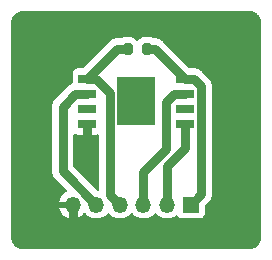
<source format=gbr>
%TF.GenerationSoftware,KiCad,Pcbnew,7.0.8*%
%TF.CreationDate,2024-10-17T19:18:06-04:00*%
%TF.ProjectId,SPIBreakout,53504942-7265-4616-9b6f-75742e6b6963,rev?*%
%TF.SameCoordinates,Original*%
%TF.FileFunction,Copper,L1,Top*%
%TF.FilePolarity,Positive*%
%FSLAX46Y46*%
G04 Gerber Fmt 4.6, Leading zero omitted, Abs format (unit mm)*
G04 Created by KiCad (PCBNEW 7.0.8) date 2024-10-17 19:18:06*
%MOMM*%
%LPD*%
G01*
G04 APERTURE LIST*
G04 Aperture macros list*
%AMRoundRect*
0 Rectangle with rounded corners*
0 $1 Rounding radius*
0 $2 $3 $4 $5 $6 $7 $8 $9 X,Y pos of 4 corners*
0 Add a 4 corners polygon primitive as box body*
4,1,4,$2,$3,$4,$5,$6,$7,$8,$9,$2,$3,0*
0 Add four circle primitives for the rounded corners*
1,1,$1+$1,$2,$3*
1,1,$1+$1,$4,$5*
1,1,$1+$1,$6,$7*
1,1,$1+$1,$8,$9*
0 Add four rect primitives between the rounded corners*
20,1,$1+$1,$2,$3,$4,$5,0*
20,1,$1+$1,$4,$5,$6,$7,0*
20,1,$1+$1,$6,$7,$8,$9,0*
20,1,$1+$1,$8,$9,$2,$3,0*%
G04 Aperture macros list end*
%TA.AperFunction,ComponentPad*%
%ADD10R,1.350000X1.350000*%
%TD*%
%TA.AperFunction,ComponentPad*%
%ADD11O,1.350000X1.350000*%
%TD*%
%TA.AperFunction,SMDPad,CuDef*%
%ADD12R,3.250000X4.050000*%
%TD*%
%TA.AperFunction,SMDPad,CuDef*%
%ADD13R,1.500000X0.800000*%
%TD*%
%TA.AperFunction,SMDPad,CuDef*%
%ADD14RoundRect,0.200000X-0.200000X-0.275000X0.200000X-0.275000X0.200000X0.275000X-0.200000X0.275000X0*%
%TD*%
%TA.AperFunction,ViaPad*%
%ADD15C,0.800000*%
%TD*%
%TA.AperFunction,Conductor*%
%ADD16C,0.800000*%
%TD*%
G04 APERTURE END LIST*
D10*
%TO.P,J2,1,Pin_1*%
%TO.N,VCC*%
X148250000Y-93200000D03*
D11*
%TO.P,J2,2,Pin_2*%
%TO.N,DI{slash}MOSI*%
X146250000Y-93200000D03*
%TO.P,J2,3,Pin_3*%
%TO.N,Clk*%
X144250000Y-93200000D03*
%TO.P,J2,4,Pin_4*%
%TO.N,CS*%
X142250000Y-93200000D03*
%TO.P,J2,5,Pin_5*%
%TO.N,D0{slash}MISO*%
X140250000Y-93200000D03*
%TO.P,J2,6,Pin_6*%
%TO.N,GND*%
X138250000Y-93200000D03*
%TD*%
D12*
%TO.P,F1,9*%
%TO.N,N/C*%
X143640000Y-84465000D03*
D13*
%TO.P,F1,1,CS#*%
%TO.N,CS*%
X139490000Y-82560000D03*
%TO.P,F1,2,DO(IO1)*%
%TO.N,D0{slash}MISO*%
X139490000Y-83830000D03*
%TO.P,F1,3,WP#_(IO2)*%
%TO.N,unconnected-(F1-WP#_(IO2)-Pad3)*%
X139490000Y-85100000D03*
%TO.P,F1,4,GND*%
%TO.N,GND*%
X139490000Y-86370000D03*
%TO.P,F1,5,DI(IO0)*%
%TO.N,DI{slash}MOSI*%
X147790000Y-86370000D03*
%TO.P,F1,6,HOLD#(IO3)*%
%TO.N,unconnected-(F1-HOLD#(IO3)-Pad6)*%
X147790000Y-85100000D03*
%TO.P,F1,7,CLK*%
%TO.N,Clk*%
X147790000Y-83830000D03*
%TO.P,F1,8,VCC*%
%TO.N,VCC*%
X147790000Y-82560000D03*
%TD*%
D14*
%TO.P,10k1,1*%
%TO.N,CS*%
X142900000Y-80010000D03*
%TO.P,10k1,2*%
%TO.N,VCC*%
X144550000Y-80010000D03*
%TD*%
D15*
%TO.N,GND*%
X153130000Y-93050000D03*
X151320000Y-95850000D03*
X135610000Y-85240000D03*
X134430000Y-84350000D03*
X136920000Y-81680000D03*
X134960000Y-79600000D03*
X139060000Y-78470000D03*
X148450000Y-78590000D03*
X151800000Y-79330000D03*
X152490000Y-82290000D03*
X152570000Y-86750000D03*
X152610000Y-90050000D03*
X139720000Y-90280000D03*
X135030000Y-92290000D03*
X133840000Y-90100000D03*
X133900000Y-87750000D03*
X135510000Y-87690000D03*
X138290000Y-95610000D03*
X135480000Y-89820000D03*
X139490000Y-88860000D03*
%TD*%
D16*
%TO.N,GND*%
X138250000Y-95570000D02*
X138290000Y-95610000D01*
X138250000Y-93200000D02*
X138250000Y-95570000D01*
X139490000Y-86370000D02*
X139490000Y-88860000D01*
%TO.N,D0{slash}MISO*%
X140250000Y-93200000D02*
X137410000Y-90360000D01*
X137410000Y-90360000D02*
X137410000Y-84900000D01*
X137410000Y-84900000D02*
X138480000Y-83830000D01*
X138480000Y-83830000D02*
X139490000Y-83830000D01*
%TO.N,CS*%
X142250000Y-93200000D02*
X141415000Y-92365000D01*
X141415000Y-92365000D02*
X141415000Y-83735000D01*
X141415000Y-83735000D02*
X140240000Y-82560000D01*
X140240000Y-82560000D02*
X139490000Y-82560000D01*
%TO.N,DI{slash}MOSI*%
X146250000Y-93200000D02*
X146250000Y-89970000D01*
X147790000Y-88430000D02*
X147790000Y-86370000D01*
X146250000Y-89970000D02*
X147790000Y-88430000D01*
%TO.N,Clk*%
X144250000Y-93200000D02*
X144250000Y-90410000D01*
X146840000Y-83830000D02*
X147790000Y-83830000D01*
X144250000Y-90410000D02*
X146150000Y-88510000D01*
X146150000Y-84520000D02*
X146840000Y-83830000D01*
X146150000Y-88510000D02*
X146150000Y-84520000D01*
%TO.N,CS*%
X142900000Y-80010000D02*
X142040000Y-80010000D01*
X142040000Y-80010000D02*
X139490000Y-82560000D01*
%TO.N,VCC*%
X144550000Y-80010000D02*
X145240000Y-80010000D01*
X145240000Y-80010000D02*
X147790000Y-82560000D01*
X147790000Y-82560000D02*
X148540000Y-82560000D01*
X148540000Y-82560000D02*
X149140000Y-83160000D01*
X149140000Y-83160000D02*
X149140000Y-92310000D01*
X149140000Y-92310000D02*
X148250000Y-93200000D01*
%TD*%
%TA.AperFunction,Conductor*%
%TO.N,GND*%
G36*
X139683039Y-86139685D02*
G01*
X139728794Y-86192489D01*
X139740000Y-86244000D01*
X139740000Y-87270000D01*
X140287828Y-87270000D01*
X140287844Y-87269999D01*
X140347372Y-87263598D01*
X140354930Y-87261813D01*
X140355233Y-87263099D01*
X140416856Y-87258691D01*
X140478180Y-87292175D01*
X140511666Y-87353498D01*
X140514500Y-87379858D01*
X140514500Y-91891638D01*
X140494815Y-91958677D01*
X140442011Y-92004432D01*
X140372853Y-92014376D01*
X140309297Y-91985351D01*
X140302819Y-91979319D01*
X138346819Y-90023319D01*
X138313334Y-89961996D01*
X138310500Y-89935638D01*
X138310500Y-87320010D01*
X138330185Y-87252971D01*
X138382989Y-87207216D01*
X138452147Y-87197272D01*
X138493928Y-87211179D01*
X138497908Y-87213352D01*
X138632620Y-87263596D01*
X138632627Y-87263598D01*
X138692155Y-87269999D01*
X138692172Y-87270000D01*
X139240000Y-87270000D01*
X139240000Y-86244000D01*
X139259685Y-86176961D01*
X139312489Y-86131206D01*
X139364000Y-86120000D01*
X139616000Y-86120000D01*
X139683039Y-86139685D01*
G37*
%TD.AperFunction*%
%TA.AperFunction,Conductor*%
G36*
X153222695Y-76790735D02*
G01*
X153265519Y-76794482D01*
X153391771Y-76806918D01*
X153411685Y-76810541D01*
X153478349Y-76828403D01*
X153571570Y-76856682D01*
X153587971Y-76862958D01*
X153655411Y-76894406D01*
X153658375Y-76895888D01*
X153695969Y-76915982D01*
X153742327Y-76940762D01*
X153748667Y-76944657D01*
X153814828Y-76990983D01*
X153818600Y-76993844D01*
X153890808Y-77053103D01*
X153895309Y-77057182D01*
X153952815Y-77114688D01*
X153956895Y-77119190D01*
X154016154Y-77191398D01*
X154019015Y-77195170D01*
X154065341Y-77261331D01*
X154069236Y-77267671D01*
X154114101Y-77351605D01*
X154115614Y-77354631D01*
X154147040Y-77422027D01*
X154153319Y-77438435D01*
X154181601Y-77531669D01*
X154199454Y-77598299D01*
X154203082Y-77618238D01*
X154215523Y-77744554D01*
X154219264Y-77787302D01*
X154219500Y-77792710D01*
X154219500Y-95966823D01*
X154219264Y-95972214D01*
X154216597Y-96002678D01*
X154215471Y-96015548D01*
X154203108Y-96141175D01*
X154199476Y-96161134D01*
X154181357Y-96228730D01*
X154153351Y-96321013D01*
X154147069Y-96337426D01*
X154115336Y-96405451D01*
X154113823Y-96408477D01*
X154069266Y-96491801D01*
X154065370Y-96498142D01*
X154018696Y-96564772D01*
X154015832Y-96568546D01*
X153956919Y-96640298D01*
X153952829Y-96644809D01*
X153894938Y-96702671D01*
X153890425Y-96706759D01*
X153818655Y-96765626D01*
X153814881Y-96768488D01*
X153748220Y-96815133D01*
X153741878Y-96819027D01*
X153658545Y-96863535D01*
X153655517Y-96865047D01*
X153587454Y-96896756D01*
X153571039Y-96903030D01*
X153478740Y-96930989D01*
X153411133Y-96949075D01*
X153391187Y-96952696D01*
X153267406Y-96964832D01*
X153221927Y-96968791D01*
X153216519Y-96969024D01*
X134052230Y-96959973D01*
X134046825Y-96959734D01*
X134003465Y-96955921D01*
X133877992Y-96943524D01*
X133858044Y-96939887D01*
X133790461Y-96921750D01*
X133698281Y-96893748D01*
X133681878Y-96887465D01*
X133613858Y-96855717D01*
X133610835Y-96854205D01*
X133527610Y-96809684D01*
X133521273Y-96805788D01*
X133454645Y-96759106D01*
X133450875Y-96756244D01*
X133379202Y-96697390D01*
X133374725Y-96693330D01*
X133316838Y-96635415D01*
X133312763Y-96630916D01*
X133253945Y-96559213D01*
X133251093Y-96555453D01*
X133204447Y-96488806D01*
X133200559Y-96482476D01*
X133156070Y-96399210D01*
X133154561Y-96396190D01*
X133153579Y-96394083D01*
X133122839Y-96328135D01*
X133116580Y-96311769D01*
X133088622Y-96219565D01*
X133084773Y-96205197D01*
X133070508Y-96151935D01*
X133066886Y-96132022D01*
X133054732Y-96008561D01*
X133052145Y-95978973D01*
X133050736Y-95962844D01*
X133050500Y-95957442D01*
X133050500Y-90312612D01*
X136505781Y-90312612D01*
X136508411Y-90362808D01*
X136509415Y-90381956D01*
X136509500Y-90385201D01*
X136509500Y-90407189D01*
X136511797Y-90429059D01*
X136512051Y-90432290D01*
X136515686Y-90501643D01*
X136515688Y-90501653D01*
X136519315Y-90515189D01*
X136522860Y-90534314D01*
X136524325Y-90548249D01*
X136524326Y-90548256D01*
X136524328Y-90548262D01*
X136545784Y-90614298D01*
X136546705Y-90617409D01*
X136564679Y-90684486D01*
X136564684Y-90684498D01*
X136571043Y-90696978D01*
X136578488Y-90714949D01*
X136582820Y-90728282D01*
X136617537Y-90788414D01*
X136619085Y-90791266D01*
X136640992Y-90834259D01*
X136650617Y-90853149D01*
X136650619Y-90853151D01*
X136650620Y-90853153D01*
X136659438Y-90864043D01*
X136670454Y-90880070D01*
X136677465Y-90892213D01*
X136677470Y-90892220D01*
X136723939Y-90943831D01*
X136726043Y-90946295D01*
X136739882Y-90963382D01*
X136755423Y-90978922D01*
X136757657Y-90981277D01*
X136804128Y-91032887D01*
X136815468Y-91041126D01*
X136830265Y-91053764D01*
X137734468Y-91957967D01*
X137767953Y-92019290D01*
X137762969Y-92088982D01*
X137721097Y-92144915D01*
X137712065Y-92151075D01*
X137538869Y-92258314D01*
X137538868Y-92258314D01*
X137377945Y-92405014D01*
X137246715Y-92578791D01*
X137149651Y-92773719D01*
X137099494Y-92949999D01*
X137099495Y-92950000D01*
X137934314Y-92950000D01*
X137922359Y-92961955D01*
X137864835Y-93074852D01*
X137845014Y-93200000D01*
X137864835Y-93325148D01*
X137922359Y-93438045D01*
X137934314Y-93450000D01*
X137099495Y-93450000D01*
X137149651Y-93626280D01*
X137246715Y-93821208D01*
X137377945Y-93994985D01*
X137538868Y-94141685D01*
X137724012Y-94256322D01*
X137724023Y-94256327D01*
X137927060Y-94334984D01*
X138000000Y-94348619D01*
X138000000Y-93515686D01*
X138011955Y-93527641D01*
X138124852Y-93585165D01*
X138218519Y-93600000D01*
X138281481Y-93600000D01*
X138375148Y-93585165D01*
X138488045Y-93527641D01*
X138500000Y-93515686D01*
X138500000Y-94348619D01*
X138572939Y-94334984D01*
X138775976Y-94256327D01*
X138775987Y-94256322D01*
X138961130Y-94141685D01*
X138961131Y-94141685D01*
X139122055Y-93994984D01*
X139150730Y-93957012D01*
X139206838Y-93915374D01*
X139276550Y-93910681D01*
X139337733Y-93944422D01*
X139348640Y-93957009D01*
X139367512Y-93982000D01*
X139377573Y-93995322D01*
X139538568Y-94142088D01*
X139538575Y-94142092D01*
X139538576Y-94142093D01*
X139723786Y-94256770D01*
X139723792Y-94256773D01*
X139746664Y-94265633D01*
X139926931Y-94335470D01*
X140141074Y-94375500D01*
X140141076Y-94375500D01*
X140358924Y-94375500D01*
X140358926Y-94375500D01*
X140573069Y-94335470D01*
X140776210Y-94256772D01*
X140961432Y-94142088D01*
X141122427Y-93995322D01*
X141151047Y-93957422D01*
X141207153Y-93915787D01*
X141276865Y-93911094D01*
X141338048Y-93944836D01*
X141348946Y-93957414D01*
X141377573Y-93995322D01*
X141538568Y-94142088D01*
X141538575Y-94142092D01*
X141538576Y-94142093D01*
X141723786Y-94256770D01*
X141723792Y-94256773D01*
X141746664Y-94265633D01*
X141926931Y-94335470D01*
X142141074Y-94375500D01*
X142141076Y-94375500D01*
X142358924Y-94375500D01*
X142358926Y-94375500D01*
X142573069Y-94335470D01*
X142776210Y-94256772D01*
X142961432Y-94142088D01*
X143122427Y-93995322D01*
X143151047Y-93957422D01*
X143207153Y-93915787D01*
X143276865Y-93911094D01*
X143338048Y-93944836D01*
X143348946Y-93957414D01*
X143377573Y-93995322D01*
X143538568Y-94142088D01*
X143538575Y-94142092D01*
X143538576Y-94142093D01*
X143723786Y-94256770D01*
X143723792Y-94256773D01*
X143746664Y-94265633D01*
X143926931Y-94335470D01*
X144141074Y-94375500D01*
X144141076Y-94375500D01*
X144358924Y-94375500D01*
X144358926Y-94375500D01*
X144573069Y-94335470D01*
X144776210Y-94256772D01*
X144961432Y-94142088D01*
X145122427Y-93995322D01*
X145151047Y-93957422D01*
X145207153Y-93915787D01*
X145276865Y-93911094D01*
X145338048Y-93944836D01*
X145348946Y-93957414D01*
X145377573Y-93995322D01*
X145538568Y-94142088D01*
X145538575Y-94142092D01*
X145538576Y-94142093D01*
X145723786Y-94256770D01*
X145723792Y-94256773D01*
X145746664Y-94265633D01*
X145926931Y-94335470D01*
X146141074Y-94375500D01*
X146141076Y-94375500D01*
X146358924Y-94375500D01*
X146358926Y-94375500D01*
X146573069Y-94335470D01*
X146776210Y-94256772D01*
X146961432Y-94142088D01*
X146972407Y-94132082D01*
X147035207Y-94101463D01*
X147104594Y-94109657D01*
X147155214Y-94149405D01*
X147217452Y-94232544D01*
X147217455Y-94232547D01*
X147332664Y-94318793D01*
X147332671Y-94318797D01*
X147467517Y-94369091D01*
X147467516Y-94369091D01*
X147474444Y-94369835D01*
X147527127Y-94375500D01*
X148972872Y-94375499D01*
X149032483Y-94369091D01*
X149167331Y-94318796D01*
X149282546Y-94232546D01*
X149368796Y-94117331D01*
X149419091Y-93982483D01*
X149425500Y-93922873D01*
X149425499Y-93349359D01*
X149445183Y-93282321D01*
X149461813Y-93261684D01*
X149719737Y-93003760D01*
X149734525Y-92991130D01*
X149745871Y-92982888D01*
X149792347Y-92931270D01*
X149794570Y-92928928D01*
X149810119Y-92913380D01*
X149823982Y-92896260D01*
X149826049Y-92893841D01*
X149872533Y-92842216D01*
X149879538Y-92830080D01*
X149890570Y-92814031D01*
X149899381Y-92803151D01*
X149899383Y-92803149D01*
X149900987Y-92800000D01*
X149930934Y-92741222D01*
X149932425Y-92738476D01*
X149967179Y-92678284D01*
X149971510Y-92664950D01*
X149978956Y-92646976D01*
X149985320Y-92634488D01*
X150003304Y-92567368D01*
X150004216Y-92564295D01*
X150025674Y-92498256D01*
X150027138Y-92484313D01*
X150030683Y-92465187D01*
X150034313Y-92451646D01*
X150037947Y-92382284D01*
X150038201Y-92379064D01*
X150040499Y-92357199D01*
X150040500Y-92357191D01*
X150040500Y-92335201D01*
X150040585Y-92331956D01*
X150044219Y-92262612D01*
X150042027Y-92248772D01*
X150040500Y-92229373D01*
X150040500Y-83240626D01*
X150042027Y-83221225D01*
X150044219Y-83207388D01*
X150040585Y-83138047D01*
X150040500Y-83134802D01*
X150040500Y-83112813D01*
X150040500Y-83112808D01*
X150038199Y-83090921D01*
X150037946Y-83087711D01*
X150034312Y-83018354D01*
X150034311Y-83018348D01*
X150030687Y-83004825D01*
X150027139Y-82985684D01*
X150025674Y-82971748D01*
X150025674Y-82971747D01*
X150025674Y-82971744D01*
X150004214Y-82905699D01*
X150003291Y-82902585D01*
X149985320Y-82835512D01*
X149978954Y-82823019D01*
X149971508Y-82805042D01*
X149967178Y-82791714D01*
X149967175Y-82791707D01*
X149943670Y-82750998D01*
X149932443Y-82731552D01*
X149930920Y-82728747D01*
X149899383Y-82666851D01*
X149899382Y-82666849D01*
X149890560Y-82655955D01*
X149879538Y-82639918D01*
X149872532Y-82627783D01*
X149872531Y-82627781D01*
X149826060Y-82576170D01*
X149823952Y-82573702D01*
X149810118Y-82556619D01*
X149794577Y-82541078D01*
X149792341Y-82538722D01*
X149745872Y-82487113D01*
X149745871Y-82487112D01*
X149734525Y-82478869D01*
X149719734Y-82466235D01*
X149233764Y-81980265D01*
X149221126Y-81965468D01*
X149212887Y-81954128D01*
X149161277Y-81907657D01*
X149158922Y-81905423D01*
X149143382Y-81889882D01*
X149126295Y-81876043D01*
X149123831Y-81873939D01*
X149072220Y-81827470D01*
X149072213Y-81827465D01*
X149060070Y-81820454D01*
X149044043Y-81809438D01*
X149033153Y-81800620D01*
X149033151Y-81800619D01*
X149033149Y-81800617D01*
X149014259Y-81790992D01*
X148971266Y-81769085D01*
X148968414Y-81767537D01*
X148908282Y-81732820D01*
X148894949Y-81728488D01*
X148876978Y-81721043D01*
X148864498Y-81714684D01*
X148864486Y-81714679D01*
X148797409Y-81696705D01*
X148794309Y-81695787D01*
X148728256Y-81674326D01*
X148728251Y-81674325D01*
X148728249Y-81674325D01*
X148714314Y-81672860D01*
X148695189Y-81669315D01*
X148681652Y-81665688D01*
X148681644Y-81665686D01*
X148612671Y-81662071D01*
X148609291Y-81661801D01*
X148587885Y-81659500D01*
X148587873Y-81659500D01*
X148587192Y-81659500D01*
X148565203Y-81659500D01*
X148561959Y-81659415D01*
X148492612Y-81655781D01*
X148492611Y-81655781D01*
X148478772Y-81657973D01*
X148459373Y-81659500D01*
X148214362Y-81659500D01*
X148147323Y-81639815D01*
X148126681Y-81623181D01*
X145933764Y-79430265D01*
X145921126Y-79415468D01*
X145912887Y-79404128D01*
X145861277Y-79357657D01*
X145858922Y-79355423D01*
X145843382Y-79339882D01*
X145826295Y-79326043D01*
X145823831Y-79323939D01*
X145772220Y-79277470D01*
X145772213Y-79277465D01*
X145760070Y-79270454D01*
X145744043Y-79259438D01*
X145733153Y-79250620D01*
X145733151Y-79250619D01*
X145733149Y-79250617D01*
X145714259Y-79240992D01*
X145671266Y-79219085D01*
X145668414Y-79217537D01*
X145608282Y-79182820D01*
X145594949Y-79178488D01*
X145576978Y-79171043D01*
X145564498Y-79164684D01*
X145564486Y-79164679D01*
X145497409Y-79146705D01*
X145494305Y-79145786D01*
X145428256Y-79124326D01*
X145428251Y-79124325D01*
X145428249Y-79124325D01*
X145414314Y-79122860D01*
X145395189Y-79119315D01*
X145381653Y-79115688D01*
X145381643Y-79115686D01*
X145312290Y-79112051D01*
X145309059Y-79111797D01*
X145294537Y-79110271D01*
X145287192Y-79109500D01*
X145287189Y-79109500D01*
X145265203Y-79109500D01*
X145261959Y-79109415D01*
X145192612Y-79105781D01*
X145192611Y-79105781D01*
X145178772Y-79107973D01*
X145159373Y-79109500D01*
X145103913Y-79109500D01*
X145046892Y-79093605D01*
X145046445Y-79094600D01*
X145039910Y-79091659D01*
X145039767Y-79091619D01*
X145039609Y-79091523D01*
X145039606Y-79091522D01*
X144877196Y-79040914D01*
X144877194Y-79040913D01*
X144877192Y-79040913D01*
X144827778Y-79036423D01*
X144806616Y-79034500D01*
X144293384Y-79034500D01*
X144274145Y-79036248D01*
X144222807Y-79040913D01*
X144060393Y-79091522D01*
X143914811Y-79179530D01*
X143914810Y-79179531D01*
X143812681Y-79281661D01*
X143751358Y-79315146D01*
X143681666Y-79310162D01*
X143637319Y-79281661D01*
X143535188Y-79179530D01*
X143533464Y-79178488D01*
X143389606Y-79091522D01*
X143227196Y-79040914D01*
X143227194Y-79040913D01*
X143227192Y-79040913D01*
X143177778Y-79036423D01*
X143156616Y-79034500D01*
X142643384Y-79034500D01*
X142624145Y-79036248D01*
X142572807Y-79040913D01*
X142410390Y-79091523D01*
X142410233Y-79091619D01*
X142410089Y-79091659D01*
X142403555Y-79094600D01*
X142403107Y-79093605D01*
X142346087Y-79109500D01*
X142120627Y-79109500D01*
X142101228Y-79107973D01*
X142087388Y-79105781D01*
X142018041Y-79109415D01*
X142014798Y-79109500D01*
X141992808Y-79109500D01*
X141986559Y-79110156D01*
X141970941Y-79111797D01*
X141967710Y-79112051D01*
X141898358Y-79115686D01*
X141898353Y-79115687D01*
X141884803Y-79119317D01*
X141865691Y-79122859D01*
X141851749Y-79124325D01*
X141851737Y-79124327D01*
X141799485Y-79141305D01*
X141785684Y-79145789D01*
X141782603Y-79146702D01*
X141737073Y-79158902D01*
X141715512Y-79164680D01*
X141703017Y-79171046D01*
X141685056Y-79178485D01*
X141671715Y-79182820D01*
X141671713Y-79182821D01*
X141611575Y-79217541D01*
X141608724Y-79219089D01*
X141546852Y-79250615D01*
X141546850Y-79250616D01*
X141535951Y-79259442D01*
X141519931Y-79270452D01*
X141507787Y-79277464D01*
X141507783Y-79277467D01*
X141456190Y-79323921D01*
X141453726Y-79326026D01*
X141436620Y-79339879D01*
X141421056Y-79355443D01*
X141418723Y-79357657D01*
X141397206Y-79377030D01*
X141367113Y-79404127D01*
X141367105Y-79404136D01*
X141358872Y-79415468D01*
X141346238Y-79430260D01*
X139153318Y-81623181D01*
X139091995Y-81656666D01*
X139065637Y-81659500D01*
X138692130Y-81659500D01*
X138692123Y-81659501D01*
X138632516Y-81665908D01*
X138497671Y-81716202D01*
X138497664Y-81716206D01*
X138382455Y-81802452D01*
X138382452Y-81802455D01*
X138296206Y-81917664D01*
X138296202Y-81917671D01*
X138245908Y-82052517D01*
X138239501Y-82112116D01*
X138239500Y-82112135D01*
X138239500Y-82867217D01*
X138219815Y-82934256D01*
X138167011Y-82980011D01*
X138159944Y-82982979D01*
X138155512Y-82984680D01*
X138143017Y-82991046D01*
X138125056Y-82998485D01*
X138111715Y-83002820D01*
X138111713Y-83002821D01*
X138051583Y-83037536D01*
X138048732Y-83039085D01*
X137986855Y-83070612D01*
X137986850Y-83070616D01*
X137975946Y-83079445D01*
X137959927Y-83090454D01*
X137947788Y-83097463D01*
X137947785Y-83097465D01*
X137896189Y-83143922D01*
X137893725Y-83146027D01*
X137876628Y-83159873D01*
X137876612Y-83159887D01*
X137861055Y-83175444D01*
X137858703Y-83177675D01*
X137807113Y-83224127D01*
X137807105Y-83224136D01*
X137798872Y-83235468D01*
X137786238Y-83250260D01*
X136830263Y-84206236D01*
X136815474Y-84218869D01*
X136804126Y-84227114D01*
X136757666Y-84278713D01*
X136755435Y-84281065D01*
X136739890Y-84296610D01*
X136739875Y-84296627D01*
X136726039Y-84313710D01*
X136723936Y-84316172D01*
X136677469Y-84367781D01*
X136677466Y-84367785D01*
X136670458Y-84379923D01*
X136659444Y-84395948D01*
X136650626Y-84406837D01*
X136650616Y-84406853D01*
X136619082Y-84468740D01*
X136617533Y-84471592D01*
X136582821Y-84531713D01*
X136578487Y-84545053D01*
X136571045Y-84563020D01*
X136564680Y-84575512D01*
X136546706Y-84642584D01*
X136545785Y-84645692D01*
X136524326Y-84711742D01*
X136524325Y-84711745D01*
X136522860Y-84725686D01*
X136519315Y-84744812D01*
X136515686Y-84758352D01*
X136512051Y-84827710D01*
X136511797Y-84830941D01*
X136509500Y-84852810D01*
X136509500Y-84874797D01*
X136509415Y-84878042D01*
X136505781Y-84947387D01*
X136507973Y-84961225D01*
X136509500Y-84980626D01*
X136509500Y-90279373D01*
X136507973Y-90298772D01*
X136506721Y-90306680D01*
X136505781Y-90312612D01*
X133050500Y-90312612D01*
X133050500Y-77792705D01*
X133050736Y-77787299D01*
X133054476Y-77744554D01*
X133066918Y-77618223D01*
X133070542Y-77598309D01*
X133088405Y-77531645D01*
X133116683Y-77438424D01*
X133122948Y-77422049D01*
X133154399Y-77354603D01*
X133155901Y-77351600D01*
X133156591Y-77350308D01*
X133200770Y-77267654D01*
X133204640Y-77261354D01*
X133250987Y-77195164D01*
X133253843Y-77191401D01*
X133255970Y-77188808D01*
X133313122Y-77119168D01*
X133317162Y-77114710D01*
X133374710Y-77057162D01*
X133379168Y-77053122D01*
X133451401Y-76993843D01*
X133455171Y-76990983D01*
X133521354Y-76944640D01*
X133527654Y-76940770D01*
X133611600Y-76895901D01*
X133614603Y-76894399D01*
X133682049Y-76862948D01*
X133698424Y-76856683D01*
X133791645Y-76828405D01*
X133858309Y-76810542D01*
X133878223Y-76806918D01*
X134004542Y-76794477D01*
X134047305Y-76790735D01*
X134052706Y-76790500D01*
X153217293Y-76790500D01*
X153222695Y-76790735D01*
G37*
%TD.AperFunction*%
%TD*%
M02*

</source>
